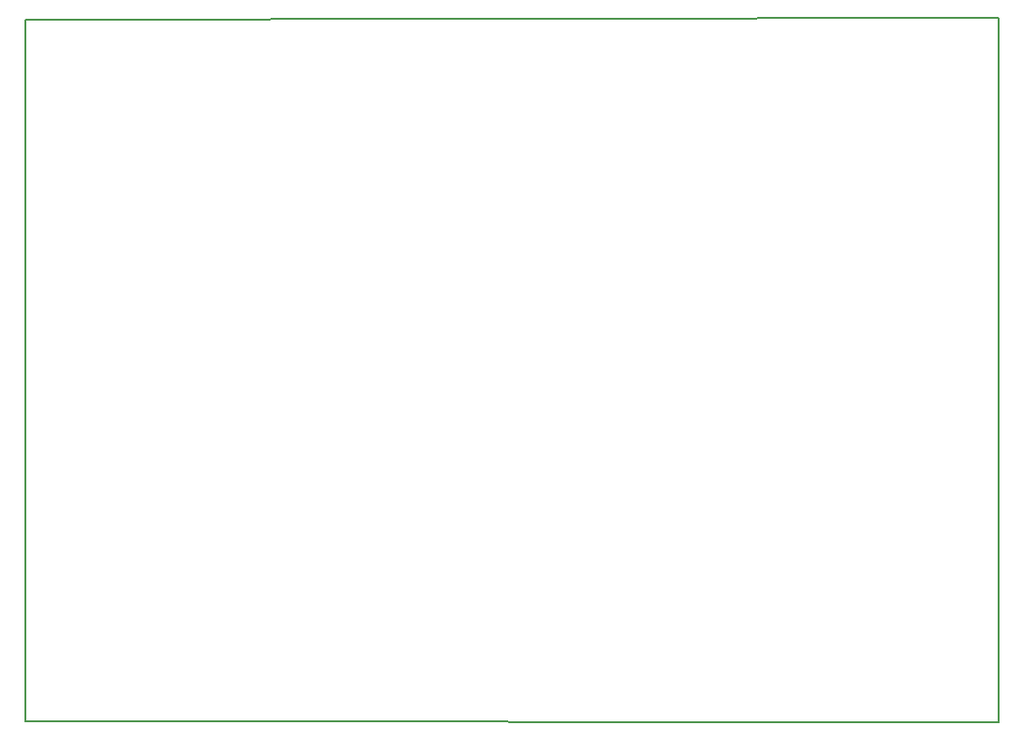
<source format=gbr>
G04 DipTrace 2.4.0.2*
%INTopAssy.gbr*%
%MOIN*%
%ADD11C,0.0055*%
%FSLAX44Y44*%
G04*
G70*
G90*
G75*
G01*
%LNTopAssy*%
%LPD*%
X3940Y28884D2*
D11*
X38484Y28940D1*
Y3940D1*
X3940Y3997D1*
Y28884D1*
M02*

</source>
